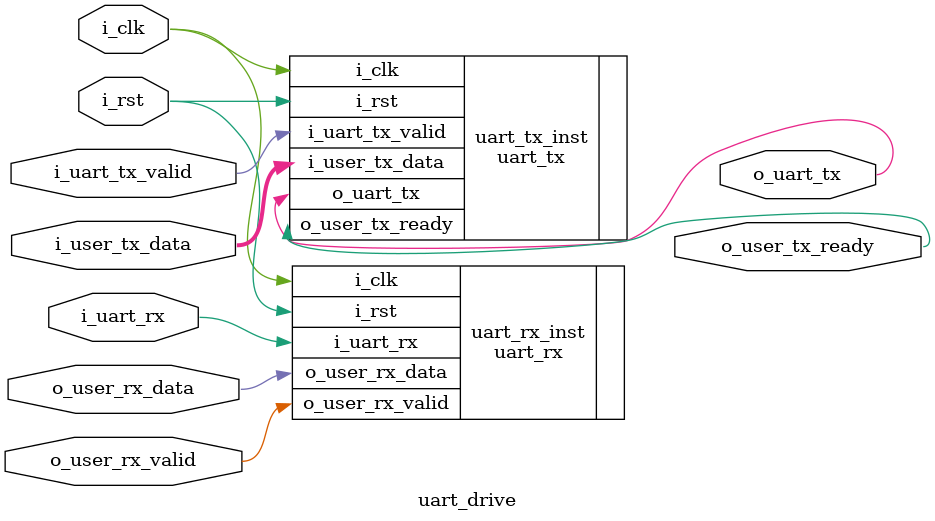
<source format=v>
`timescale 1ns / 1ps


module uart_drive
#(
  parameter                                                            P_SYSTEM_CLK                 = 50_000_000,
  parameter                                                            P_UART_BUADRATE              = 9600  ,
  parameter                                                            P_UART_DATAWIDTH             = 8     ,
  parameter                                                            P_UART_STOPWIDTH             = 1     
)(
  input                                                                i_clk                         ,
  input                                                                i_rst                         ,

  input                                                                i_uart_rx                     ,
  output                                                               o_uart_tx                     ,

  input              [P_UART_DATAWIDTH - 1:               0]           i_user_tx_data                ,
  input                                                                i_uart_tx_valid               ,
  output                                                               o_user_tx_ready               ,

  input                                                                o_user_rx_data                ,
  input                                                                o_user_rx_valid                
);


  uart_tx # (
  .P_SYSTEM_CLK                                                        (P_SYSTEM_CLK                 ),
  .P_UART_BUADRATE                                                     (P_UART_BUADRATE              ),
  .P_UART_DATAWIDTH                                                    (P_UART_DATAWIDTH             ),
  .P_UART_STOPWIDTH                                                    (P_UART_STOPWIDTH             ) 
  )
  uart_tx_inst (
  .i_clk                                                               (i_clk                        ),
  .i_rst                                                               (i_rst                        ),
  .o_uart_tx                                                           (o_uart_tx                    ),
  .i_user_tx_data                                                      (i_user_tx_data               ),
  .i_uart_tx_valid                                                     (i_uart_tx_valid              ),
  .o_user_tx_ready                                                     (o_user_tx_ready              ) 
  );

  uart_rx # (
  .P_SYSTEM_CLK                                                        (P_SYSTEM_CLK                 ),
  .P_UART_BUADRATE                                                     (P_UART_BUADRATE              ),
  .P_UART_DATAWIDTH                                                    (P_UART_DATAWIDTH             ),
  .P_UART_STOPWIDTH                                                    (P_UART_STOPWIDTH             ) 
  )
  uart_rx_inst (
  .i_clk                                                               (i_clk                        ),
  .i_rst                                                               (i_rst                        ),
  .i_uart_rx                                                           (i_uart_rx                    ),
  .o_user_rx_data                                                      (o_user_rx_data               ),
  .o_user_rx_valid                                                     (o_user_rx_valid              ) 
  );


endmodule

</source>
